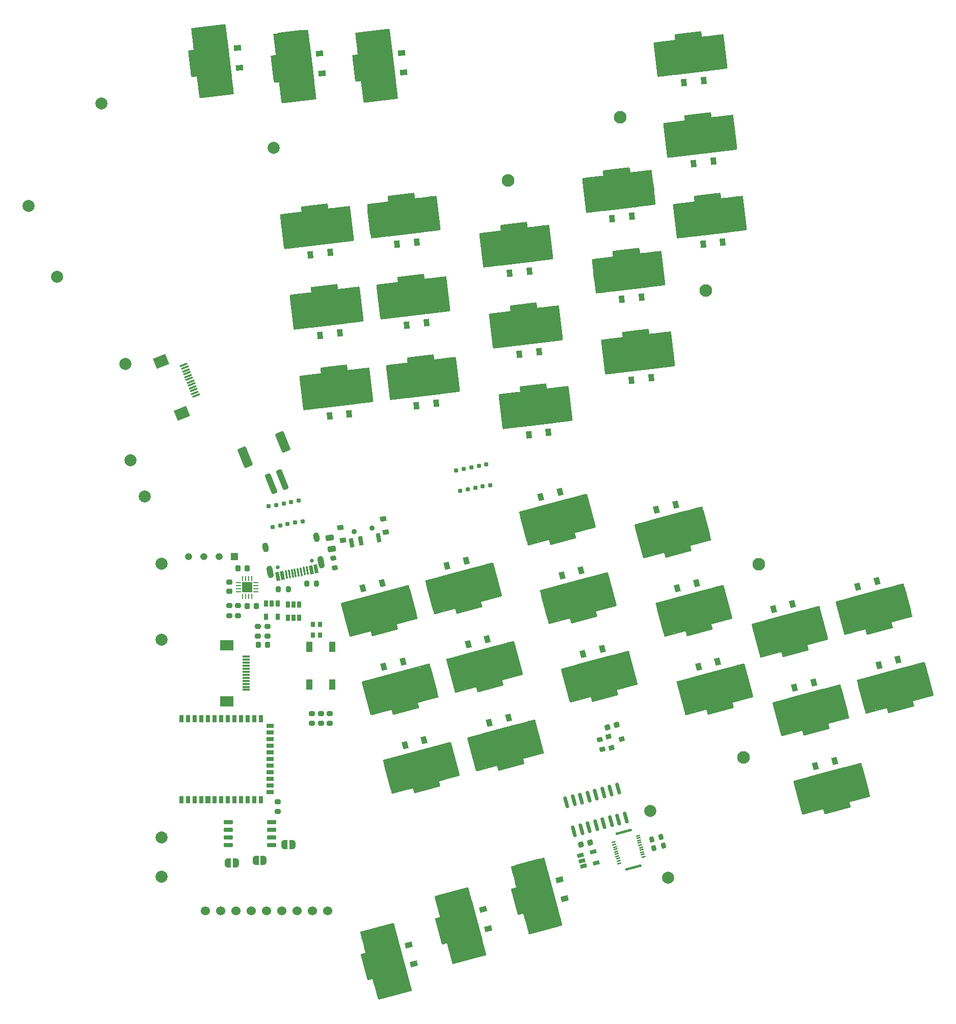
<source format=gbr>
%TF.GenerationSoftware,KiCad,Pcbnew,(5.99.0-11571-g293f207356)*%
%TF.CreationDate,2021-10-03T12:50:15-05:00*%
%TF.ProjectId,fusion,66757369-6f6e-42e6-9b69-6361645f7063,rev?*%
%TF.SameCoordinates,Original*%
%TF.FileFunction,Soldermask,Top*%
%TF.FilePolarity,Negative*%
%FSLAX46Y46*%
G04 Gerber Fmt 4.6, Leading zero omitted, Abs format (unit mm)*
G04 Created by KiCad (PCBNEW (5.99.0-11571-g293f207356)) date 2021-10-03 12:50:15*
%MOMM*%
%LPD*%
G01*
G04 APERTURE LIST*
G04 Aperture macros list*
%AMRoundRect*
0 Rectangle with rounded corners*
0 $1 Rounding radius*
0 $2 $3 $4 $5 $6 $7 $8 $9 X,Y pos of 4 corners*
0 Add a 4 corners polygon primitive as box body*
4,1,4,$2,$3,$4,$5,$6,$7,$8,$9,$2,$3,0*
0 Add four circle primitives for the rounded corners*
1,1,$1+$1,$2,$3*
1,1,$1+$1,$4,$5*
1,1,$1+$1,$6,$7*
1,1,$1+$1,$8,$9*
0 Add four rect primitives between the rounded corners*
20,1,$1+$1,$2,$3,$4,$5,0*
20,1,$1+$1,$4,$5,$6,$7,0*
20,1,$1+$1,$6,$7,$8,$9,0*
20,1,$1+$1,$8,$9,$2,$3,0*%
%AMHorizOval*
0 Thick line with rounded ends*
0 $1 width*
0 $2 $3 position (X,Y) of the first rounded end (center of the circle)*
0 $4 $5 position (X,Y) of the second rounded end (center of the circle)*
0 Add line between two ends*
20,1,$1,$2,$3,$4,$5,0*
0 Add two circle primitives to create the rounded ends*
1,1,$1,$2,$3*
1,1,$1,$4,$5*%
%AMRotRect*
0 Rectangle, with rotation*
0 The origin of the aperture is its center*
0 $1 length*
0 $2 width*
0 $3 Rotation angle, in degrees counterclockwise*
0 Add horizontal line*
21,1,$1,$2,0,0,$3*%
%AMFreePoly0*
4,1,22,0.500000,-0.750000,0.000000,-0.750000,0.000000,-0.745033,-0.079941,-0.743568,-0.215256,-0.701293,-0.333266,-0.622738,-0.424486,-0.514219,-0.481581,-0.384460,-0.499164,-0.250000,-0.500000,-0.250000,-0.500000,0.250000,-0.499164,0.250000,-0.499963,0.256109,-0.478152,0.396186,-0.417904,0.524511,-0.324060,0.630769,-0.204165,0.706417,-0.067858,0.745374,0.000000,0.744959,0.000000,0.750000,
0.500000,0.750000,0.500000,-0.750000,0.500000,-0.750000,$1*%
%AMFreePoly1*
4,1,20,0.000000,0.744959,0.073905,0.744508,0.209726,0.703889,0.328688,0.626782,0.421226,0.519385,0.479903,0.390333,0.500000,0.250000,0.500000,-0.250000,0.499851,-0.262216,0.476331,-0.402017,0.414519,-0.529596,0.319384,-0.634700,0.198574,-0.708877,0.061801,-0.746166,0.000000,-0.745033,0.000000,-0.750000,-0.500000,-0.750000,-0.500000,0.750000,0.000000,0.750000,0.000000,0.744959,
0.000000,0.744959,$1*%
G04 Aperture macros list end*
%ADD10RoundRect,0.250000X-0.324930X1.485571X-0.789173X1.299887X0.324930X-1.485571X0.789173X-1.299887X0*%
%ADD11RoundRect,0.250001X-0.074241X1.531987X-1.002725X1.160620X0.074241X-1.531987X1.002725X-1.160620X0*%
%ADD12RotRect,0.900000X1.200000X15.000000*%
%ADD13HorizOval,0.300000X2.028444X0.543520X-2.028444X-0.543520X0*%
%ADD14HorizOval,1.000000X1.690370X0.452933X-1.690370X-0.452933X0*%
%ADD15HorizOval,5.800000X2.849481X0.763516X-2.849481X-0.763516X0*%
%ADD16HorizOval,0.300000X-0.711752X2.656296X0.711752X-2.656296X0*%
%ADD17HorizOval,2.000000X-0.491756X1.835259X0.491756X-1.835259X0*%
%ADD18HorizOval,0.300000X5.505777X1.475269X-5.505777X-1.475269X0*%
%ADD19HorizOval,0.300000X-0.103528X0.386370X0.103528X-0.386370X0*%
%ADD20C,2.100000*%
%ADD21RotRect,0.900000X1.200000X186.800000*%
%ADD22HorizOval,0.300000X0.325611X-2.730655X-0.325611X2.730655X0*%
%ADD23HorizOval,5.800000X-2.929248X-0.349292X2.929248X0.349292X0*%
%ADD24HorizOval,0.300000X-5.659903X-0.674903X5.659903X0.674903X0*%
%ADD25HorizOval,2.000000X-0.224968X1.886634X0.224968X-1.886634X0*%
%ADD26HorizOval,0.300000X0.047362X-0.397186X-0.047362X0.397186X0*%
%ADD27HorizOval,1.000000X-1.737690X-0.207207X1.737690X0.207207X0*%
%ADD28HorizOval,0.300000X-2.085228X-0.248648X2.085228X0.248648X0*%
%ADD29RoundRect,0.200000X0.275000X-0.200000X0.275000X0.200000X-0.275000X0.200000X-0.275000X-0.200000X0*%
%ADD30RoundRect,0.225000X0.152629X0.299716X-0.282038X0.183247X-0.152629X-0.299716X0.282038X-0.183247X0*%
%ADD31RotRect,0.230000X0.700000X285.000000*%
%ADD32RotRect,0.230000X0.700000X105.000000*%
%ADD33RotRect,0.400000X2.740000X285.000000*%
%ADD34RotRect,0.400000X2.740000X105.000000*%
%ADD35RoundRect,0.200000X0.122010X0.317393X-0.264360X0.213866X-0.122010X-0.317393X0.264360X-0.213866X0*%
%ADD36RoundRect,0.200000X0.305552X-0.149208X0.236092X0.244715X-0.305552X0.149208X-0.236092X-0.244715X0*%
%ADD37RoundRect,0.243750X0.491645X-0.160820X0.406992X0.319274X-0.491645X0.160820X-0.406992X-0.319274X0*%
%ADD38C,2.000000*%
%ADD39R,1.000000X1.700000*%
%ADD40RoundRect,0.225000X-0.152629X-0.299716X0.282038X-0.183247X0.152629X0.299716X-0.282038X0.183247X0*%
%ADD41RotRect,0.900000X1.200000X285.000000*%
%ADD42HorizOval,0.300000X1.475269X-5.505777X-1.475269X5.505777X0*%
%ADD43HorizOval,1.000000X0.452933X-1.690370X-0.452933X1.690370X0*%
%ADD44HorizOval,2.000000X-1.835259X-0.491756X1.835259X0.491756X0*%
%ADD45HorizOval,0.300000X2.656296X0.711752X-2.656296X-0.711752X0*%
%ADD46HorizOval,0.300000X0.386370X0.103528X-0.386370X-0.103528X0*%
%ADD47HorizOval,0.300000X0.543520X-2.028444X-0.543520X2.028444X0*%
%ADD48HorizOval,5.800000X0.763516X-2.849481X-0.763516X2.849481X0*%
%ADD49RoundRect,0.200000X-0.317393X0.122010X-0.213866X-0.264360X0.317393X-0.122010X0.213866X0.264360X0*%
%ADD50RotRect,0.900000X1.200000X276.800000*%
%ADD51HorizOval,0.300000X2.730655X0.325611X-2.730655X-0.325611X0*%
%ADD52HorizOval,2.000000X-1.886634X-0.224968X1.886634X0.224968X0*%
%ADD53HorizOval,0.300000X0.674903X-5.659903X-0.674903X5.659903X0*%
%ADD54HorizOval,0.300000X0.397186X0.047362X-0.397186X-0.047362X0*%
%ADD55HorizOval,5.800000X0.349292X-2.929248X-0.349292X2.929248X0*%
%ADD56HorizOval,1.000000X0.207207X-1.737690X-0.207207X1.737690X0*%
%ADD57HorizOval,0.300000X0.248648X-2.085228X-0.248648X2.085228X0*%
%ADD58RotRect,1.800000X2.200000X291.800000*%
%ADD59RotRect,0.300000X1.300000X291.800000*%
%ADD60R,1.200000X1.200000*%
%ADD61O,1.200000X1.200000*%
%ADD62RotRect,0.700000X1.500000X191.000000*%
%ADD63RotRect,1.000000X0.800000X191.000000*%
%ADD64C,0.900000*%
%ADD65RoundRect,0.200000X0.200000X0.275000X-0.200000X0.275000X-0.200000X-0.275000X0.200000X-0.275000X0*%
%ADD66RoundRect,0.200000X-0.275000X0.200000X-0.275000X-0.200000X0.275000X-0.200000X0.275000X0.200000X0*%
%ADD67R,0.650000X1.060000*%
%ADD68R,1.680000X1.680000*%
%ADD69RoundRect,0.062500X0.350000X-0.062500X0.350000X0.062500X-0.350000X0.062500X-0.350000X-0.062500X0*%
%ADD70RoundRect,0.062500X0.062500X-0.350000X0.062500X0.350000X-0.062500X0.350000X-0.062500X-0.350000X0*%
%ADD71RoundRect,0.200000X-0.122010X-0.317393X0.264360X-0.213866X0.122010X0.317393X-0.264360X0.213866X0*%
%ADD72RotRect,1.060000X0.650000X15.000000*%
%ADD73FreePoly0,0.000000*%
%ADD74FreePoly1,0.000000*%
%ADD75R,0.800000X0.900000*%
%ADD76FreePoly0,180.000000*%
%ADD77FreePoly1,180.000000*%
%ADD78RotRect,0.900000X0.800000X15.000000*%
%ADD79C,1.524000*%
%ADD80RoundRect,0.150000X-0.650000X-0.150000X0.650000X-0.150000X0.650000X0.150000X-0.650000X0.150000X0*%
%ADD81RoundRect,0.225000X0.225000X0.250000X-0.225000X0.250000X-0.225000X-0.250000X0.225000X-0.250000X0*%
%ADD82C,0.787400*%
%ADD83RoundRect,0.225000X-0.225000X-0.250000X0.225000X-0.250000X0.225000X0.250000X-0.225000X0.250000X0*%
%ADD84R,0.800000X1.200000*%
%ADD85R,0.850000X1.200000*%
%ADD86R,1.200000X0.800000*%
%ADD87RoundRect,0.200000X-0.200000X-0.275000X0.200000X-0.275000X0.200000X0.275000X-0.200000X0.275000X0*%
%ADD88RoundRect,0.150000X0.358415X-0.758066X-0.068637X0.835712X-0.358415X0.758066X0.068637X-0.835712X0*%
%ADD89R,1.300000X0.300000*%
%ADD90R,2.200000X1.800000*%
%ADD91HorizOval,1.000000X-0.104945X0.539895X0.104945X-0.539895X0*%
%ADD92HorizOval,1.000000X-0.057243X0.294488X0.057243X-0.294488X0*%
%ADD93RotRect,0.600000X1.450000X191.000000*%
%ADD94RotRect,0.300000X1.450000X191.000000*%
%ADD95C,0.650000*%
%ADD96RoundRect,0.225000X-0.250000X0.225000X-0.250000X-0.225000X0.250000X-0.225000X0.250000X0.225000X0*%
G04 APERTURE END LIST*
D10*
%TO.C,BT1*%
X126843401Y-46551124D03*
X124986430Y-47293859D03*
D11*
X126889978Y-40339616D03*
X120669123Y-42827780D03*
%TD*%
D12*
%TO.C,K30*%
X195990978Y-77621615D03*
X199178534Y-76767513D03*
D13*
X199655308Y-84921971D03*
D14*
X199564722Y-84583897D03*
D15*
X198710619Y-81396341D03*
D16*
X204216396Y-79921073D03*
X193204842Y-82871610D03*
D17*
X194025879Y-82651614D03*
D18*
X197998866Y-78740045D03*
D19*
X201580225Y-83992080D03*
X197523337Y-85079120D03*
D17*
X203395359Y-80141069D03*
D18*
X199422371Y-84052637D03*
%TD*%
D12*
%TO.C,K32*%
X161217648Y-86939099D03*
X164405204Y-86084997D03*
D16*
X169443066Y-89238557D03*
D18*
X164649041Y-93370121D03*
D15*
X163937289Y-90713825D03*
D17*
X168622029Y-89458553D03*
D19*
X166806895Y-93309564D03*
X162750007Y-94396604D03*
D14*
X164791392Y-93901381D03*
D18*
X163225536Y-88057529D03*
D17*
X159252549Y-91969098D03*
D13*
X164881978Y-94239455D03*
D16*
X158431512Y-92189094D03*
%TD*%
D20*
%TO.C,H17*%
X205999958Y-60650011D03*
%TD*%
%TO.C,H18*%
X203499958Y-92750015D03*
%TD*%
D21*
%TO.C,K5*%
X137974912Y-35631688D03*
X134698126Y-36022422D03*
D22*
X130161558Y-32182558D03*
D23*
X135821462Y-31507655D03*
D24*
X135495851Y-28777000D03*
D25*
X140637344Y-30933396D03*
X131005579Y-32081914D03*
D26*
X133351421Y-28529165D03*
X137521876Y-28031869D03*
D22*
X141481365Y-30832752D03*
D27*
X135430729Y-28230869D03*
D24*
X136147073Y-34238310D03*
D28*
X135389287Y-27883331D03*
%TD*%
D29*
%TO.C,R13*%
X133249960Y-87056423D03*
X133249960Y-85406423D03*
%TD*%
D30*
%TO.C,C6*%
X177962171Y-106833175D03*
X176464985Y-107234345D03*
%TD*%
D12*
%TO.C,K35*%
X222449912Y-64320309D03*
X225637468Y-63466207D03*
D18*
X225881305Y-70751331D03*
D16*
X219663776Y-69570304D03*
D13*
X226114242Y-71620665D03*
D14*
X226023656Y-71282591D03*
D19*
X228039159Y-70690774D03*
X223982271Y-71777814D03*
D16*
X230675330Y-66619767D03*
D17*
X220484813Y-69350308D03*
X229854293Y-66839763D03*
D18*
X224457800Y-65438739D03*
D15*
X225169553Y-68095035D03*
%TD*%
D31*
%TO.C,J5*%
X182818421Y-110294215D03*
D32*
X186836672Y-109217528D03*
D31*
X182714893Y-109907845D03*
D32*
X186733144Y-108831158D03*
D31*
X182611365Y-109521474D03*
D32*
X186629617Y-108444787D03*
D31*
X182507838Y-109135104D03*
D32*
X186526089Y-108058417D03*
D31*
X182404310Y-108748734D03*
D32*
X186422562Y-107672047D03*
D31*
X182300782Y-108362363D03*
D32*
X186319034Y-107285676D03*
D31*
X182197255Y-107975993D03*
D32*
X186215506Y-106899306D03*
D31*
X182093727Y-107589623D03*
D32*
X186111979Y-106512936D03*
D31*
X181990200Y-107203252D03*
D32*
X186008451Y-106126565D03*
D31*
X181886672Y-106816882D03*
D32*
X185904923Y-105740195D03*
D33*
X183569686Y-105061472D03*
D34*
X185153658Y-110972938D03*
%TD*%
D35*
%TO.C,R4*%
X190172837Y-107391860D03*
X188579059Y-107818912D03*
%TD*%
D20*
%TO.C,H9*%
X183017721Y13612784D03*
%TD*%
D36*
%TO.C,R6*%
X135600106Y-61201668D03*
X135313586Y-59576736D03*
%TD*%
D37*
%TO.C,D1*%
X135055285Y-58111836D03*
X134729695Y-56265322D03*
%TD*%
D38*
%TO.C,H1*%
X190905519Y-112734265D03*
X187929100Y-101626118D03*
%TD*%
D21*
%TO.C,K2*%
X188119672Y-29652285D03*
X184842886Y-30043019D03*
D25*
X190782104Y-24953993D03*
D24*
X186291833Y-28258907D03*
D26*
X183496181Y-22549762D03*
D28*
X185534047Y-21903928D03*
D22*
X191626125Y-24853349D03*
D27*
X185575489Y-22251466D03*
D24*
X185640611Y-22797597D03*
D22*
X180306318Y-26203155D03*
D23*
X185966222Y-25528252D03*
D25*
X181150339Y-26102511D03*
D26*
X187666636Y-22052466D03*
%TD*%
D12*
%TO.C,K28*%
X143717667Y-77651979D03*
X146905223Y-76797877D03*
D17*
X151122048Y-80171433D03*
D19*
X149306914Y-84022444D03*
X145250026Y-85109484D03*
D16*
X140931531Y-82901974D03*
D13*
X147381997Y-84952335D03*
D18*
X145725555Y-78770409D03*
D15*
X146437308Y-81426705D03*
D16*
X151943085Y-79951437D03*
D18*
X147149060Y-84083001D03*
D17*
X141752568Y-82681978D03*
D14*
X147291411Y-84614261D03*
%TD*%
D20*
%TO.C,H8*%
X197222707Y-15170343D03*
%TD*%
D21*
%TO.C,K7*%
X186521213Y-16247257D03*
X183244427Y-16637991D03*
D28*
X183935588Y-8498900D03*
D26*
X181897722Y-9144734D03*
D23*
X184367763Y-12123224D03*
D22*
X178707859Y-12798127D03*
D24*
X184693374Y-14853879D03*
D25*
X189183645Y-11548965D03*
D26*
X186068177Y-8647438D03*
D25*
X179551880Y-12697483D03*
D24*
X184042152Y-9392569D03*
D22*
X190027666Y-11448321D03*
D27*
X183977030Y-8846438D03*
%TD*%
D39*
%TO.C,SW1*%
X131349959Y-74350015D03*
X131349959Y-80650015D03*
X135149959Y-80650015D03*
X135149959Y-74350015D03*
%TD*%
D40*
%TO.C,C5*%
X180891144Y-87723973D03*
X182388330Y-87322803D03*
%TD*%
D41*
%TO.C,K37*%
X160211243Y-117956469D03*
X161065345Y-121144025D03*
D42*
X153780221Y-121387862D03*
D43*
X153248961Y-121530213D03*
D44*
X155181244Y-115991370D03*
D45*
X154961248Y-115170333D03*
D46*
X153840778Y-123545716D03*
D47*
X152910887Y-121620799D03*
D48*
X156436517Y-120676110D03*
D42*
X159092813Y-119964357D03*
D46*
X152753738Y-119488828D03*
D44*
X157691789Y-125360850D03*
D45*
X157911785Y-126181887D03*
%TD*%
D49*
%TO.C,R10*%
X179621621Y-89800174D03*
X180048673Y-91393952D03*
%TD*%
D50*
%TO.C,K18*%
X119354152Y25090694D03*
X119744886Y21813908D03*
D51*
X115905022Y17277340D03*
D52*
X115804378Y18121361D03*
X114655860Y27753126D03*
D53*
X117960774Y23262855D03*
D54*
X111754333Y24637658D03*
D51*
X114555216Y28597147D03*
D53*
X112499464Y22611633D03*
D54*
X112251629Y20467203D03*
D55*
X115230119Y22937244D03*
D56*
X111953333Y22546511D03*
D57*
X111605795Y22505069D03*
%TD*%
D21*
%TO.C,K11*%
X196834280Y19726914D03*
X193557494Y19336180D03*
D24*
X194355219Y26581602D03*
D25*
X199496712Y24425206D03*
D22*
X189020926Y23176044D03*
X200340733Y24525850D03*
D27*
X194290097Y27127733D03*
D26*
X196381244Y27326733D03*
D23*
X194680830Y23850947D03*
D28*
X194248655Y27475271D03*
D25*
X189864947Y23276688D03*
D26*
X192210789Y26829437D03*
D24*
X195006441Y21120292D03*
%TD*%
D58*
%TO.C,J3*%
X110186788Y-35603978D03*
X106733067Y-26969060D03*
D59*
X112498768Y-32632910D03*
X112313084Y-32168667D03*
X112127400Y-31704424D03*
X111941717Y-31240181D03*
X111756033Y-30775938D03*
X111570349Y-30311695D03*
X111384665Y-29847452D03*
X111198981Y-29383209D03*
X111013297Y-28918966D03*
X110827613Y-28454723D03*
X110641929Y-27990480D03*
X110456245Y-27526237D03*
%TD*%
D21*
%TO.C,K12*%
X184922760Y-2842220D03*
X181645974Y-3232954D03*
D24*
X182443699Y4012468D03*
D28*
X182337135Y4906137D03*
D22*
X188429213Y1956716D03*
D25*
X187585192Y1856072D03*
D24*
X183094921Y-1448842D03*
D22*
X177109406Y606910D03*
D26*
X184469724Y4757599D03*
D27*
X182378577Y4558599D03*
D25*
X177953427Y707554D03*
D26*
X180299269Y4260303D03*
D23*
X182769310Y1281813D03*
%TD*%
D12*
%TO.C,K34*%
X225943968Y-77360305D03*
X229131524Y-76506203D03*
D19*
X231533215Y-83730770D03*
D13*
X229608298Y-84660661D03*
D19*
X227476327Y-84817810D03*
D16*
X223157832Y-82610300D03*
X234169386Y-79659763D03*
D18*
X229375361Y-83791327D03*
X227951856Y-78478735D03*
D17*
X223978869Y-82390304D03*
D15*
X228663609Y-81135031D03*
D14*
X229517712Y-84322587D03*
D17*
X233348349Y-79879759D03*
%TD*%
D12*
%TO.C,K29*%
X215432102Y-94153182D03*
X218619658Y-93299080D03*
D15*
X218151743Y-97927908D03*
D13*
X219096432Y-101453538D03*
D17*
X213467003Y-99183181D03*
D16*
X223657520Y-96452640D03*
D19*
X216964461Y-101610687D03*
D17*
X222836483Y-96672636D03*
D19*
X221021349Y-100523647D03*
D18*
X217439990Y-95271612D03*
X218863495Y-100584204D03*
D14*
X219005846Y-101115464D03*
D16*
X212645966Y-99403177D03*
%TD*%
D12*
%TO.C,K25*%
X192496919Y-64581615D03*
X195684475Y-63727513D03*
D16*
X200722337Y-66881073D03*
D15*
X195216560Y-68356341D03*
D17*
X199901300Y-67101069D03*
D16*
X189710783Y-69831610D03*
D14*
X196070663Y-71543897D03*
D13*
X196161249Y-71881971D03*
D18*
X195928312Y-71012637D03*
X194504807Y-65700045D03*
D17*
X190531820Y-69611614D03*
D19*
X194029278Y-72039120D03*
X198086166Y-70952080D03*
%TD*%
D20*
%TO.C,H15*%
X164327219Y3121450D03*
%TD*%
D60*
%TO.C,J1*%
X118909957Y-59350014D03*
D61*
X116369957Y-59350014D03*
X113829957Y-59350014D03*
X111289957Y-59350014D03*
%TD*%
D12*
%TO.C,K23*%
X140223609Y-64611977D03*
X143411165Y-63757875D03*
D14*
X143797353Y-71574259D03*
D19*
X141755968Y-72069482D03*
D16*
X137437473Y-69861972D03*
D13*
X143887939Y-71912333D03*
D16*
X148449027Y-66911435D03*
D19*
X145812856Y-70982442D03*
D17*
X138258510Y-69641976D03*
D18*
X142231497Y-65730407D03*
X143655002Y-71042999D03*
D15*
X142943250Y-68386703D03*
D17*
X147627990Y-67131431D03*
%TD*%
D50*
%TO.C,K16*%
X146637837Y24315735D03*
X147028571Y21038949D03*
D54*
X139038018Y23862699D03*
D51*
X143188707Y16502381D03*
X141838901Y27822188D03*
D53*
X139783149Y21836674D03*
D55*
X142513804Y22162285D03*
D57*
X138889480Y21730110D03*
D52*
X141939545Y26978167D03*
D56*
X139237018Y21771552D03*
D54*
X139535314Y19692244D03*
D53*
X145244459Y22487896D03*
D52*
X143088063Y17346402D03*
%TD*%
D62*
%TO.C,SW2*%
X138390655Y-57051269D03*
X139863095Y-56765056D03*
X142807977Y-56192629D03*
D63*
X144058229Y-55287438D03*
D64*
X141735933Y-54608072D03*
D63*
X143636541Y-53118042D03*
D64*
X138791051Y-55180499D03*
D63*
X136470663Y-54510948D03*
X136892351Y-56680344D03*
%TD*%
D12*
%TO.C,K22*%
X154229533Y-60859102D03*
X157417089Y-60005000D03*
D16*
X151443397Y-66109097D03*
X162454951Y-63158560D03*
D15*
X156949174Y-64633828D03*
D19*
X159818780Y-67229567D03*
D18*
X157660926Y-67290124D03*
D19*
X155761892Y-68316607D03*
D14*
X157803277Y-67821384D03*
D18*
X156237421Y-61977532D03*
D17*
X161633914Y-63378556D03*
D13*
X157893863Y-68159458D03*
D17*
X152264434Y-65889101D03*
%TD*%
D29*
%TO.C,R12*%
X134749960Y-87075013D03*
X134749960Y-85425013D03*
%TD*%
D65*
%TO.C,R7*%
X132524956Y-63850016D03*
X130874956Y-63850016D03*
%TD*%
D66*
%TO.C,R2*%
X117999960Y-67525012D03*
X117999960Y-69175012D03*
%TD*%
D12*
%TO.C,K33*%
X147211721Y-90691976D03*
X150399277Y-89837874D03*
D19*
X152800968Y-97062441D03*
D18*
X149219609Y-91810406D03*
D17*
X145246622Y-95721975D03*
D16*
X144425585Y-95941971D03*
D19*
X148744080Y-98149481D03*
D13*
X150876051Y-97992332D03*
D14*
X150785465Y-97654258D03*
D16*
X155437139Y-92991434D03*
D18*
X150643114Y-97122998D03*
D17*
X154616102Y-93211430D03*
D15*
X149931362Y-94466702D03*
%TD*%
D12*
%TO.C,K31*%
X176792573Y-75518883D03*
X179980129Y-74664781D03*
D16*
X185017991Y-77818341D03*
D15*
X179512214Y-79293609D03*
D17*
X174827474Y-80548882D03*
D19*
X182381820Y-81889348D03*
X178324932Y-82976388D03*
D17*
X184196954Y-78038337D03*
D18*
X178800461Y-76637313D03*
D16*
X174006437Y-80768878D03*
D14*
X180366317Y-82481165D03*
D18*
X180223966Y-81949905D03*
D13*
X180456903Y-82819239D03*
%TD*%
D67*
%TO.C,U8*%
X129649958Y-67350015D03*
X128699958Y-67350015D03*
X127749958Y-67350015D03*
X127749958Y-69550015D03*
X128699958Y-69550015D03*
X129649958Y-69550015D03*
%TD*%
D68*
%TO.C,U3*%
X120999958Y-64473123D03*
D69*
X119537458Y-65223123D03*
X119537458Y-64723123D03*
X119537458Y-64223123D03*
X119537458Y-63723123D03*
D70*
X120249958Y-63010623D03*
X120749958Y-63010623D03*
X121249958Y-63010623D03*
X121749958Y-63010623D03*
D69*
X122462458Y-63723123D03*
X122462458Y-64223123D03*
X122462458Y-64723123D03*
X122462458Y-65223123D03*
D70*
X121749958Y-65935623D03*
X121249958Y-65935623D03*
X120749958Y-65935623D03*
X120249958Y-65935623D03*
%TD*%
D71*
%TO.C,R11*%
X188190830Y-106370020D03*
X189784608Y-105942968D03*
%TD*%
D21*
%TO.C,K13*%
X167878207Y-11924248D03*
X164601421Y-12314982D03*
D22*
X160064853Y-8475118D03*
D25*
X170540639Y-7225956D03*
X160908874Y-8374474D03*
D27*
X165334024Y-4523429D03*
D24*
X165399146Y-5069560D03*
X166050368Y-10530870D03*
D23*
X165724757Y-7800215D03*
D22*
X171384660Y-7125312D03*
D26*
X167425171Y-4324429D03*
X163254716Y-4821725D03*
D28*
X165292582Y-4175891D03*
%TD*%
D38*
%TO.C,H13*%
X104012081Y-49382420D03*
X101598190Y-43347262D03*
%TD*%
D72*
%TO.C,U6*%
X176384926Y-108964001D03*
X176630805Y-109881631D03*
X176876683Y-110799260D03*
X179001720Y-110229859D03*
X178509963Y-108394600D03*
%TD*%
D38*
%TO.C,H14*%
X106749956Y-112500013D03*
X106749956Y-106000013D03*
%TD*%
D73*
%TO.C,JP3*%
X122449958Y-109850011D03*
D74*
X123749958Y-109850011D03*
%TD*%
D75*
%TO.C,D2*%
X133099958Y-70600015D03*
X131899958Y-70600015D03*
X131899958Y-72400015D03*
X133099958Y-72400015D03*
%TD*%
D76*
%TO.C,JP2*%
X119110963Y-110281425D03*
D77*
X117810963Y-110281425D03*
%TD*%
D78*
%TO.C,U5*%
X181038157Y-89291207D03*
X181529913Y-91126466D03*
X183215887Y-89691198D03*
%TD*%
D79*
%TO.C,LCD1*%
X114089962Y-118218011D03*
X116629962Y-118218011D03*
X119169962Y-118218011D03*
X121709962Y-118218011D03*
X124249962Y-118218011D03*
X126789962Y-118218011D03*
X129329962Y-118218011D03*
X131869962Y-118218011D03*
X134409962Y-118218011D03*
%TD*%
D67*
%TO.C,U4*%
X126049958Y-67150015D03*
X125099958Y-67150015D03*
X124149958Y-67150015D03*
X124149958Y-69350015D03*
X126049958Y-69350015D03*
%TD*%
D50*
%TO.C,K17*%
X133055198Y24206730D03*
X133445932Y20929944D03*
D54*
X125952675Y19583239D03*
D52*
X128356906Y26869162D03*
D56*
X125654379Y21662547D03*
D51*
X129606068Y16393376D03*
D55*
X128931165Y22053280D03*
D51*
X128256262Y27713183D03*
D53*
X131661820Y22378891D03*
X126200510Y21727669D03*
D57*
X125306841Y21621105D03*
D52*
X129505424Y17237397D03*
D54*
X125455379Y23753694D03*
%TD*%
D80*
%TO.C,U2*%
X117895961Y-103461422D03*
X117895961Y-104731422D03*
X117895961Y-106001422D03*
X117895961Y-107271422D03*
X125095961Y-107271422D03*
X125095961Y-106001422D03*
X125095961Y-104731422D03*
X125095961Y-103461422D03*
%TD*%
D21*
%TO.C,K9*%
X150774457Y-20509797D03*
X147497671Y-20900531D03*
D25*
X143805124Y-16960023D03*
D26*
X146150966Y-13407274D03*
D24*
X148946618Y-19116419D03*
D27*
X148230274Y-13108978D03*
D28*
X148188832Y-12761440D03*
D22*
X154280910Y-15710861D03*
D25*
X153436889Y-15811505D03*
D26*
X150321421Y-12909978D03*
D24*
X148295396Y-13655109D03*
D23*
X148621007Y-16385764D03*
D22*
X142961103Y-17060667D03*
%TD*%
D21*
%TO.C,K4*%
X152372911Y-33914835D03*
X149096125Y-34305569D03*
D24*
X149893850Y-27060147D03*
D26*
X147749420Y-26812312D03*
D22*
X144559557Y-30465705D03*
D24*
X150545072Y-32521457D03*
D28*
X149787286Y-26166478D03*
D26*
X151919875Y-26315016D03*
D23*
X150219461Y-29790802D03*
D27*
X149828728Y-26514016D03*
D25*
X145403578Y-30365061D03*
D22*
X155879364Y-29115899D03*
D25*
X155035343Y-29216543D03*
%TD*%
D38*
%TO.C,H12*%
X84719517Y-1147586D03*
X89398751Y-12846507D03*
%TD*%
D12*
%TO.C,K20*%
X189002863Y-51541619D03*
X192190419Y-50687517D03*
D17*
X187037764Y-56571618D03*
D13*
X192667193Y-58841975D03*
D18*
X192434256Y-57972641D03*
D19*
X190535222Y-58999124D03*
D15*
X191722504Y-55316345D03*
D14*
X192576607Y-58503901D03*
D19*
X194592110Y-57912084D03*
D16*
X197228281Y-53841077D03*
D18*
X191010751Y-52660049D03*
D17*
X196407244Y-54061073D03*
D16*
X186216727Y-56791614D03*
%TD*%
D38*
%TO.C,H11*%
X106749958Y-60550013D03*
X106749958Y-73150013D03*
%TD*%
D81*
%TO.C,C1*%
X124374959Y-74050014D03*
X122824959Y-74050014D03*
%TD*%
D38*
%TO.C,H20*%
X96822175Y15900829D03*
X100769348Y-27335959D03*
X125395649Y8532207D03*
%TD*%
D29*
%TO.C,R14*%
X131749959Y-87056423D03*
X131749959Y-85406423D03*
%TD*%
D21*
%TO.C,K14*%
X149176005Y-7104760D03*
X145899219Y-7495494D03*
D28*
X146590380Y643597D03*
D22*
X141362651Y-3655630D03*
D24*
X147348166Y-5711382D03*
D27*
X146631822Y296059D03*
D26*
X148722969Y495059D03*
D25*
X142206672Y-3554986D03*
X151838437Y-2406468D03*
D23*
X147022555Y-2980727D03*
D26*
X144552514Y-2237D03*
D22*
X152682458Y-2305824D03*
D24*
X146696944Y-250072D03*
%TD*%
D41*
%TO.C,K36*%
X172863010Y-113013521D03*
X173717112Y-116201077D03*
D42*
X171744580Y-115021409D03*
D44*
X170343556Y-120417902D03*
D43*
X165900728Y-116587265D03*
D45*
X167613015Y-110227385D03*
D42*
X166431988Y-116444914D03*
D48*
X169088284Y-115733162D03*
D46*
X165405505Y-114545880D03*
D44*
X167833011Y-111048422D03*
D45*
X170563552Y-121238939D03*
D46*
X166492545Y-118602768D03*
D47*
X165562654Y-116677851D03*
%TD*%
D21*
%TO.C,K8*%
X169476665Y-25329283D03*
X166199879Y-25720017D03*
D22*
X172983118Y-20530347D03*
D24*
X166997604Y-18474595D03*
D25*
X172139097Y-20630991D03*
D28*
X166891040Y-17580926D03*
D26*
X164853174Y-18226760D03*
X169023629Y-17729464D03*
D22*
X161663311Y-21880153D03*
D27*
X166932482Y-17928464D03*
D23*
X167323215Y-21205250D03*
D25*
X162507332Y-21779509D03*
D24*
X167648826Y-23935905D03*
%TD*%
D21*
%TO.C,K3*%
X171075119Y-38734320D03*
X167798333Y-39125054D03*
D26*
X170622083Y-31134501D03*
D24*
X169247280Y-37340942D03*
X168596058Y-31879632D03*
D25*
X173737551Y-34036028D03*
D27*
X168530936Y-31333501D03*
D22*
X174581572Y-33935384D03*
D25*
X164105786Y-35184546D03*
D28*
X168489494Y-30985963D03*
D22*
X163261765Y-35285190D03*
D26*
X166451628Y-31631797D03*
D23*
X168921669Y-34610287D03*
%TD*%
D12*
%TO.C,K26*%
X173298525Y-62478875D03*
X176486081Y-61624773D03*
D17*
X180702906Y-64998329D03*
D18*
X175306413Y-63597305D03*
D17*
X171333426Y-67508874D03*
D13*
X176962855Y-69779231D03*
D16*
X170512389Y-67728870D03*
D14*
X176872269Y-69441157D03*
D19*
X174830884Y-69936380D03*
D16*
X181523943Y-64778333D03*
D15*
X176018166Y-66253601D03*
D19*
X178887772Y-68849340D03*
D18*
X176729918Y-68909897D03*
%TD*%
D82*
%TO.C,H2*%
X161396643Y-47482387D03*
X158902468Y-47962689D03*
X157655380Y-48202841D03*
X156408293Y-48442992D03*
X160149555Y-47722538D03*
%TD*%
D21*
%TO.C,K6*%
X198432734Y6321879D03*
X195155948Y5931145D03*
D28*
X195847109Y14070236D03*
D26*
X193809243Y13424402D03*
D24*
X195953673Y13176567D03*
D23*
X196279284Y10445912D03*
D27*
X195888551Y13722698D03*
D26*
X197979698Y13921698D03*
D22*
X201939187Y11120815D03*
D25*
X201095166Y11020171D03*
X191463401Y9871653D03*
D24*
X196604895Y7715257D03*
D22*
X190619380Y9771009D03*
%TD*%
D66*
%TO.C,R3*%
X126099956Y-100056423D03*
X126099956Y-101706423D03*
%TD*%
D83*
%TO.C,C4*%
X120974959Y-67596336D03*
X122524959Y-67596336D03*
%TD*%
D41*
%TO.C,K38*%
X147818292Y-123865339D03*
X148672394Y-127052895D03*
D48*
X144043566Y-126584980D03*
D44*
X145298838Y-131269720D03*
D43*
X140856010Y-127439083D03*
D42*
X146699862Y-125873227D03*
D46*
X141447827Y-129454586D03*
D42*
X141387270Y-127296732D03*
D44*
X142788293Y-121900240D03*
D45*
X142568297Y-121079203D03*
D47*
X140517936Y-127529669D03*
D46*
X140360787Y-125397698D03*
D45*
X145518834Y-132090757D03*
%TD*%
D12*
%TO.C,K19*%
X208443989Y-68073183D03*
X211631545Y-67219081D03*
D16*
X216669407Y-70372641D03*
D19*
X214033236Y-74443648D03*
D18*
X211875382Y-74504205D03*
X210451877Y-69191613D03*
D17*
X215848370Y-70592637D03*
D14*
X212017733Y-75035465D03*
D19*
X209976348Y-75530688D03*
D13*
X212108319Y-75373539D03*
D16*
X205657853Y-73323178D03*
D15*
X211163630Y-71847909D03*
D17*
X206478890Y-73103182D03*
%TD*%
D66*
%TO.C,R1*%
X119499954Y-67525009D03*
X119499954Y-69175009D03*
%TD*%
D12*
%TO.C,K27*%
X157723589Y-73899100D03*
X160911145Y-73044998D03*
D19*
X163312836Y-80269565D03*
D15*
X160443230Y-77673826D03*
D17*
X155758490Y-78929099D03*
D13*
X161387919Y-81199456D03*
D18*
X159731477Y-75017530D03*
D16*
X154937453Y-79149095D03*
D19*
X159255948Y-81356605D03*
D17*
X165127970Y-76418554D03*
D18*
X161154982Y-80330122D03*
D14*
X161297333Y-80861382D03*
D16*
X165949007Y-76198558D03*
%TD*%
D21*
%TO.C,K15*%
X134778003Y-8821621D03*
X131501217Y-9212355D03*
D27*
X132233820Y-1420802D03*
D26*
X130154512Y-1719098D03*
D28*
X132192378Y-1073264D03*
D25*
X127808670Y-5271847D03*
D24*
X132298942Y-1966933D03*
X132950164Y-7428243D03*
D22*
X138284456Y-4022685D03*
D23*
X132624553Y-4697588D03*
D26*
X134324967Y-1221802D03*
D22*
X126964649Y-5372491D03*
D25*
X137440435Y-4123329D03*
%TD*%
D82*
%TO.C,H4*%
X128972366Y-53726318D03*
X126478191Y-54206621D03*
X127725279Y-53966469D03*
X130219454Y-53486167D03*
X125231104Y-54446772D03*
%TD*%
D84*
%TO.C,U1*%
X110099961Y-99750013D03*
X111199961Y-99750013D03*
X112299961Y-99750013D03*
X113399961Y-99750013D03*
D85*
X114499961Y-99750013D03*
D84*
X115599961Y-99750013D03*
X116699961Y-99750013D03*
X117799961Y-99750013D03*
X118899961Y-99750013D03*
X119999961Y-99750013D03*
X121099961Y-99750013D03*
X122199961Y-99750013D03*
X123299961Y-99750013D03*
X110099961Y-86250013D03*
X111199961Y-86250013D03*
X112299961Y-86250013D03*
X113399961Y-86250013D03*
X114499961Y-86250013D03*
X115599961Y-86250013D03*
X116699961Y-86250013D03*
X117799961Y-86250013D03*
X118899961Y-86250013D03*
X119999961Y-86250013D03*
X121099961Y-86250013D03*
X122199961Y-86250013D03*
X123299961Y-86250013D03*
D86*
X124799961Y-87500013D03*
X124799961Y-88600013D03*
X124799961Y-89700013D03*
X124799961Y-90800013D03*
X124799961Y-91900013D03*
X124799961Y-93000013D03*
X124799961Y-94100013D03*
X124799961Y-95200013D03*
X124799961Y-96300013D03*
X124799961Y-97400013D03*
X124799961Y-98500013D03*
%TD*%
D87*
%TO.C,R9*%
X126174959Y-64750016D03*
X127824959Y-64750016D03*
%TD*%
D88*
%TO.C,U7*%
X174025511Y-100201075D03*
X175252236Y-99872375D03*
X176478962Y-99543675D03*
X177705688Y-99214975D03*
X178932414Y-98886274D03*
X180159140Y-98557574D03*
X181385865Y-98228874D03*
X182612591Y-97900174D03*
X183893745Y-102681507D03*
X182667020Y-103010207D03*
X181440294Y-103338907D03*
X180213568Y-103667607D03*
X178986842Y-103996308D03*
X177760116Y-104325008D03*
X176533391Y-104653708D03*
X175306665Y-104982408D03*
%TD*%
D21*
%TO.C,K1*%
X200031188Y-7083152D03*
X196754402Y-7473886D03*
D27*
X197487005Y317667D03*
D22*
X192217834Y-3634022D03*
X203537641Y-2284216D03*
D26*
X199578152Y516667D03*
X195407697Y19371D03*
D25*
X202693620Y-2384860D03*
D23*
X197877738Y-2959119D03*
D25*
X193061855Y-3533378D03*
D24*
X197552127Y-228464D03*
D28*
X197445563Y665205D03*
D24*
X198203349Y-5689774D03*
%TD*%
D83*
%TO.C,C3*%
X119474956Y-61346337D03*
X121024956Y-61346337D03*
%TD*%
D66*
%TO.C,R5*%
X122799958Y-70925014D03*
X122799958Y-72575014D03*
%TD*%
D21*
%TO.C,K10*%
X136376452Y-22226653D03*
X133099666Y-22617387D03*
D28*
X133790827Y-14478296D03*
D25*
X139038884Y-17528361D03*
D26*
X135923416Y-14626834D03*
D24*
X134548613Y-20833275D03*
D22*
X139882905Y-17427717D03*
D26*
X131752961Y-15124130D03*
D22*
X128563098Y-18777523D03*
D27*
X133832269Y-14825834D03*
D25*
X129407119Y-18676879D03*
D24*
X133897391Y-15371965D03*
D23*
X134223002Y-18102620D03*
%TD*%
D89*
%TO.C,J4*%
X120849959Y-76000009D03*
X120849959Y-76500009D03*
X120849959Y-77000009D03*
X120849959Y-77500009D03*
X120849959Y-78000009D03*
X120849959Y-78500009D03*
X120849959Y-79000009D03*
X120849959Y-79500009D03*
X120849959Y-80000009D03*
X120849959Y-80500009D03*
X120849959Y-81000009D03*
X120849959Y-81500009D03*
D90*
X117599959Y-83400009D03*
X117599959Y-74100009D03*
%TD*%
D12*
%TO.C,K21*%
X169804466Y-49438879D03*
X172992022Y-48584777D03*
D16*
X178029884Y-51738337D03*
D13*
X173468796Y-56739235D03*
D18*
X171812354Y-50557309D03*
D16*
X167018330Y-54688874D03*
D17*
X177208847Y-51958333D03*
D19*
X175393713Y-55809344D03*
D18*
X173235859Y-55869901D03*
D17*
X167839367Y-54468878D03*
D19*
X171336825Y-56896384D03*
D15*
X172524107Y-53213605D03*
D14*
X173378210Y-56401161D03*
%TD*%
D91*
%TO.C,J2*%
X133297466Y-60285910D03*
D92*
X132499884Y-56182709D03*
D91*
X124816207Y-61934500D03*
D92*
X124018625Y-57831298D03*
D93*
X132421715Y-61388265D03*
X131636413Y-61540912D03*
D94*
X130949274Y-61674478D03*
X129967647Y-61865287D03*
X128495206Y-62151501D03*
X127513579Y-62342310D03*
D93*
X126826440Y-62475876D03*
X126041138Y-62628523D03*
X126041138Y-62628523D03*
X126826440Y-62475876D03*
D94*
X128004392Y-62246905D03*
X128986020Y-62056096D03*
X129476833Y-61960692D03*
X130458460Y-61769883D03*
D93*
X131636413Y-61540912D03*
X132421715Y-61388265D03*
D95*
X131792610Y-60038505D03*
X126118805Y-61141381D03*
%TD*%
D29*
%TO.C,R8*%
X124399958Y-72575014D03*
X124399958Y-70925014D03*
%TD*%
D12*
%TO.C,K24*%
X211938044Y-81113180D03*
X215125600Y-80259078D03*
D17*
X209972945Y-86143179D03*
D15*
X214657685Y-84887906D03*
D19*
X213470403Y-88570685D03*
D16*
X209151908Y-86363175D03*
D18*
X213945932Y-82231610D03*
X215369437Y-87544202D03*
D16*
X220163462Y-83412638D03*
D17*
X219342425Y-83632634D03*
D14*
X215511788Y-88075462D03*
D19*
X217527291Y-87483645D03*
D13*
X215602374Y-88413536D03*
%TD*%
D96*
%TO.C,C2*%
X117999958Y-63571340D03*
X117999958Y-65121340D03*
%TD*%
D76*
%TO.C,JP1*%
X128510960Y-107181424D03*
D77*
X127210960Y-107181424D03*
%TD*%
D82*
%TO.C,H4*%
X125817870Y-50777622D03*
X127064957Y-50537471D03*
X129559132Y-50057168D03*
X128312045Y-50297319D03*
X124570782Y-51017773D03*
%TD*%
%TO.C,H2*%
X160736321Y-44053387D03*
X155747971Y-45013992D03*
X159489234Y-44293538D03*
X156995059Y-44773841D03*
X158242146Y-44533690D03*
%TD*%
M02*

</source>
